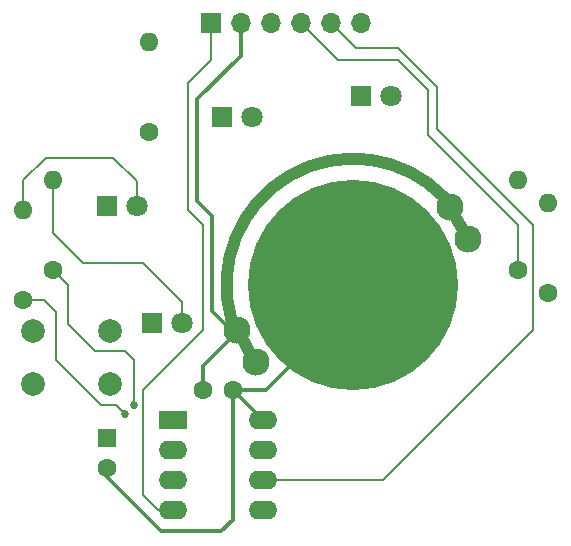
<source format=gbl>
G04 #@! TF.FileFunction,Copper,L2,Bot,Signal*
%FSLAX46Y46*%
G04 Gerber Fmt 4.6, Leading zero omitted, Abs format (unit mm)*
G04 Created by KiCad (PCBNEW 4.0.6) date 06/02/17 17:39:52*
%MOMM*%
%LPD*%
G01*
G04 APERTURE LIST*
%ADD10C,0.100000*%
%ADD11C,1.000000*%
%ADD12R,1.600000X1.600000*%
%ADD13C,1.600000*%
%ADD14C,17.800000*%
%ADD15C,2.300000*%
%ADD16O,1.600000X1.600000*%
%ADD17R,2.400000X1.600000*%
%ADD18O,2.400000X1.600000*%
%ADD19R,1.800000X1.800000*%
%ADD20C,1.800000*%
%ADD21R,1.700000X1.700000*%
%ADD22O,1.700000X1.700000*%
%ADD23C,2.000000*%
%ADD24C,0.685800*%
%ADD25C,0.152400*%
%ADD26C,0.300000*%
G04 APERTURE END LIST*
D10*
D11*
X144637075Y-100751371D02*
G75*
G02X162646664Y-90338334I10302925J2961371D01*
G01*
X146233336Y-103509615D02*
X145633336Y-102470385D01*
X164246664Y-93109615D02*
X163646664Y-92070385D01*
D12*
X134112000Y-110744000D03*
D13*
X134112000Y-113244000D03*
D14*
X154940000Y-97790000D03*
D15*
X164696664Y-93889038D03*
X163146664Y-91204359D03*
X146683336Y-104289038D03*
X145133336Y-101604359D03*
D13*
X129540000Y-96520000D03*
D16*
X129540000Y-88900000D03*
D17*
X139700000Y-109220000D03*
D18*
X147320000Y-116840000D03*
X139700000Y-111760000D03*
X147320000Y-114300000D03*
X139700000Y-114300000D03*
X147320000Y-111760000D03*
X139700000Y-116840000D03*
X147320000Y-109220000D03*
D13*
X142240000Y-106680000D03*
X144740000Y-106680000D03*
D19*
X155625800Y-81752440D03*
D20*
X158165800Y-81752440D03*
D19*
X143845280Y-83520280D03*
D20*
X146385280Y-83520280D03*
D19*
X134066280Y-91119960D03*
D20*
X136606280Y-91119960D03*
D19*
X137922000Y-100954840D03*
D20*
X140462000Y-100954840D03*
D13*
X171450000Y-98425000D03*
D16*
X171450000Y-90805000D03*
D13*
X168910000Y-96520000D03*
D16*
X168910000Y-88900000D03*
D13*
X127000000Y-99060000D03*
D16*
X127000000Y-91440000D03*
D21*
X142875000Y-75565000D03*
D22*
X145415000Y-75565000D03*
X147955000Y-75565000D03*
X150495000Y-75565000D03*
X153035000Y-75565000D03*
X155575000Y-75565000D03*
D13*
X137668000Y-84836000D03*
D16*
X137668000Y-77216000D03*
D23*
X134366000Y-101672000D03*
X134366000Y-106172000D03*
X127866000Y-101672000D03*
X127866000Y-106172000D03*
D24*
X135636000Y-108712000D03*
X136398000Y-107950000D03*
D25*
X144145000Y-99685000D02*
X144540000Y-99290000D01*
D26*
X134112000Y-113244000D02*
X134112000Y-114046000D01*
X144740000Y-117642000D02*
X144740000Y-106680000D01*
X143764000Y-118618000D02*
X144740000Y-117642000D01*
X138684000Y-118618000D02*
X143764000Y-118618000D01*
X134112000Y-114046000D02*
X138684000Y-118618000D01*
X144740000Y-106680000D02*
X144780000Y-106680000D01*
X144780000Y-106680000D02*
X147320000Y-109220000D01*
X144740000Y-106680000D02*
X147574000Y-106680000D01*
X147574000Y-106680000D02*
X154940000Y-99314000D01*
X154940000Y-99314000D02*
X154940000Y-97790000D01*
D25*
X154940000Y-100330000D02*
X154940000Y-97790000D01*
D26*
X145133336Y-101604359D02*
X145133336Y-101754664D01*
X145133336Y-101754664D02*
X142240000Y-104648000D01*
X142240000Y-104648000D02*
X142240000Y-106680000D01*
X145415000Y-75565000D02*
X145415000Y-78359000D01*
X143002000Y-99994202D02*
X144612157Y-101604359D01*
X143002000Y-91948000D02*
X143002000Y-99994202D01*
X141732000Y-90678000D02*
X143002000Y-91948000D01*
X141732000Y-82042000D02*
X141732000Y-90678000D01*
X145415000Y-78359000D02*
X141732000Y-82042000D01*
X144612157Y-101604359D02*
X145133336Y-101604359D01*
D25*
X146197374Y-104775000D02*
X146683336Y-104289038D01*
X127000000Y-91440000D02*
X127000000Y-88900000D01*
X136606280Y-88981280D02*
X136606280Y-91119960D01*
X134620000Y-86995000D02*
X136606280Y-88981280D01*
X128905000Y-86995000D02*
X134620000Y-86995000D01*
X127000000Y-88900000D02*
X128905000Y-86995000D01*
X132080000Y-95885000D02*
X129540000Y-93345000D01*
X137160000Y-95885000D02*
X132080000Y-95885000D01*
X140462000Y-100954840D02*
X140462000Y-99187000D01*
X129540000Y-93345000D02*
X129540000Y-88900000D01*
X140462000Y-99187000D02*
X137160000Y-95885000D01*
X168910000Y-96520000D02*
X168910000Y-92710000D01*
X153670000Y-78740000D02*
X150495000Y-75565000D01*
X158750000Y-78740000D02*
X153670000Y-78740000D01*
X161290000Y-81280000D02*
X158750000Y-78740000D01*
X161290000Y-85090000D02*
X161290000Y-81280000D01*
X168910000Y-92710000D02*
X161290000Y-85090000D01*
X150495000Y-75565000D02*
X150495000Y-74930000D01*
X128778000Y-99060000D02*
X127000000Y-99060000D01*
X129794000Y-100076000D02*
X128778000Y-99060000D01*
X129794000Y-104140000D02*
X129794000Y-100076000D01*
X133604000Y-107950000D02*
X129794000Y-104140000D01*
X134874000Y-107950000D02*
X133604000Y-107950000D01*
X135636000Y-108712000D02*
X134874000Y-107950000D01*
X130810000Y-97790000D02*
X129540000Y-96520000D01*
X130810000Y-101092000D02*
X130810000Y-97790000D01*
X133096000Y-103378000D02*
X130810000Y-101092000D01*
X135636000Y-103378000D02*
X133096000Y-103378000D01*
X136398000Y-104140000D02*
X135636000Y-103378000D01*
X136398000Y-107950000D02*
X136398000Y-104140000D01*
X153035000Y-75565000D02*
X155194000Y-77724000D01*
X157480000Y-114300000D02*
X147320000Y-114300000D01*
X170180000Y-101600000D02*
X157480000Y-114300000D01*
X170180000Y-92710000D02*
X170180000Y-101600000D01*
X162052000Y-84582000D02*
X170180000Y-92710000D01*
X162052000Y-81026000D02*
X162052000Y-84582000D01*
X158750000Y-77724000D02*
X162052000Y-81026000D01*
X155194000Y-77724000D02*
X158750000Y-77724000D01*
X139700000Y-116840000D02*
X138430000Y-116840000D01*
X138430000Y-116840000D02*
X137160000Y-115570000D01*
X137160000Y-115570000D02*
X137160000Y-106680000D01*
X137160000Y-106680000D02*
X142240000Y-101600000D01*
X142240000Y-101600000D02*
X142240000Y-92710000D01*
X142240000Y-92710000D02*
X140970000Y-91440000D01*
X140970000Y-91440000D02*
X140970000Y-80645000D01*
X140970000Y-80645000D02*
X142875000Y-78740000D01*
X142875000Y-78740000D02*
X142875000Y-75565000D01*
X139700000Y-116840000D02*
X139065000Y-116840000D01*
M02*

</source>
